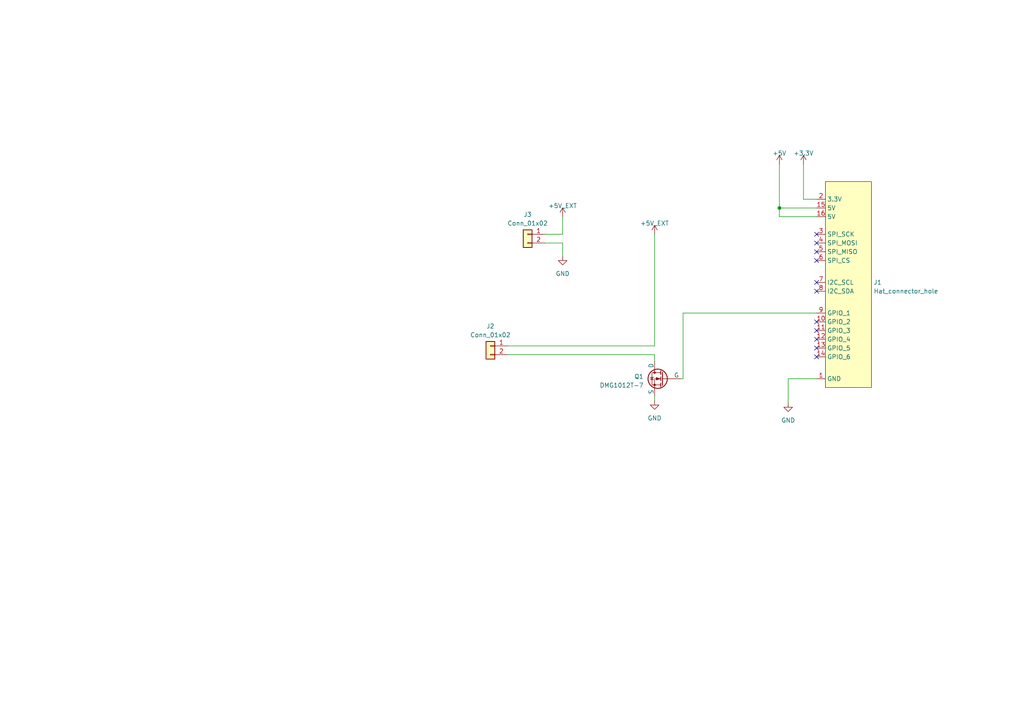
<source format=kicad_sch>
(kicad_sch (version 20230121) (generator eeschema)
  (paper "A4")
  (lib_symbols
    (symbol "0_connectors:Hat_connector_hole"
      (property "Reference" "J" (at 0 0 0))
      (property "Value" "Hat_connector_hole" (at 0 0 0))
      (symbol "Hat_connector_hole_0_0"
        (pin power_in line (at -8.89 -22.86 0) (length 2.54) (name "GND") (number "1"))
        (pin bidirectional line (at -8.89 -6.35 0) (length 2.54) (name "GPIO_2") (number "10"))
        (pin bidirectional line (at -8.89 -8.89 0) (length 2.54) (name "GPIO_3") (number "11"))
        (pin bidirectional line (at -8.89 -11.43 0) (length 2.54) (name "GPIO_4") (number "12"))
        (pin bidirectional line (at -8.89 -13.97 0) (length 2.54) (name "GPIO_5") (number "13"))
        (pin bidirectional line (at -8.89 -16.51 0) (length 2.54) (name "GPIO_6") (number "14"))
        (pin power_in line (at -8.89 26.67 0) (length 2.54) (name "5V") (number "15"))
        (pin power_in line (at -8.89 24.13 0) (length 2.54) (name "5V") (number "16"))
        (pin power_in line (at -8.89 29.21 0) (length 2.54) (name "3.3V") (number "2"))
        (pin output line (at -8.89 19.05 0) (length 2.54) (name "SPI_SCK") (number "3"))
        (pin output line (at -8.89 16.51 0) (length 2.54) (name "SPI_MOSI") (number "4"))
        (pin input line (at -8.89 13.97 0) (length 2.54) (name "SPI_MISO") (number "5"))
        (pin output line (at -8.89 11.43 0) (length 2.54) (name "SPI_CS") (number "6"))
        (pin output line (at -8.89 5.08 0) (length 2.54) (name "I2C_SCL") (number "7"))
        (pin bidirectional line (at -8.89 2.54 0) (length 2.54) (name "I2C_SDA") (number "8"))
        (pin bidirectional line (at -8.89 -3.81 0) (length 2.54) (name "GPIO_1") (number "9"))
      )
      (symbol "Hat_connector_hole_0_1"
        (rectangle (start -6.35 34.29) (end 6.985 -25.4) (fill (type background)))
      )
    )
    (symbol "0_power_symbols:+5V_EXT" (power) (pin_numbers hide) (in_bom no) (on_board no)
      (property "Value" "+5V_EXT" (at 0 3.81 0))
      (symbol "+5V_EXT_0_1"
        (polyline (pts (xy 0 0) (xy 0 2.54)))
        (polyline (pts (xy 0 2.54) (xy -0.762 1.27)))
        (polyline (pts (xy 0 2.54) (xy 0.762 1.27)))
      )
      (symbol "+5V_EXT_1_1"
        (pin power_in line (at 0 0 90) (length 0) hide (name "+5V_EXT") (number "1"))
      )
    )
    (symbol "Connector_Generic:Conn_01x02" (pin_names (offset 1.016) hide)
      (property "Reference" "J" (at 0 2.54 0))
      (property "Value" "Conn_01x02" (at 0 -5.08 0))
      (symbol "Conn_01x02_1_1"
        (rectangle (start -1.27 -2.413) (end 0 -2.667) (stroke (width 0.1524)))
        (rectangle (start -1.27 0.127) (end 0 -0.127) (stroke (width 0.1524)))
        (rectangle (start -1.27 1.27) (end 1.27 -3.81) (stroke (width 0.254)) (fill (type background)))
        (pin passive line (at -5.08 0 0) (length 3.81) (name "Pin_1") (number "1"))
        (pin passive line (at -5.08 -2.54 0) (length 3.81) (name "Pin_2") (number "2"))
      )
    )
    (symbol "PCM_4ms_Power-symbol:GND" (power) (pin_names (offset 0))
      (property "Value" "GND" (at 0 -3.81 0))
      (symbol "GND_0_1"
        (polyline (pts (xy 0 0) (xy 0 -1.27) (xy 1.27 -1.27) (xy 0 -2.54) (xy -1.27 -1.27) (xy 0 -1.27)))
      )
      (symbol "GND_1_1"
        (pin power_in line (at 0 0 270) (length 0) hide (name "GND") (number "1"))
      )
    )
    (symbol "Simulation_SPICE:NMOS" (pin_numbers hide) (pin_names (offset 0))
      (property "Reference" "Q" (at 5.08 1.27 0))
      (property "Value" "NMOS" (at 5.08 -1.27 0))
      (symbol "NMOS_0_1"
        (polyline (pts (xy 0.254 0) (xy -2.54 0)))
        (polyline (pts (xy 0.254 1.905) (xy 0.254 -1.905)) (stroke (width 0.254)))
        (polyline (pts (xy 0.762 -1.27) (xy 0.762 -2.286)) (stroke (width 0.254)))
        (polyline (pts (xy 0.762 0.508) (xy 0.762 -0.508)) (stroke (width 0.254)))
        (polyline (pts (xy 0.762 2.286) (xy 0.762 1.27)) (stroke (width 0.254)))
        (polyline (pts (xy 2.54 2.54) (xy 2.54 1.778)))
        (polyline (pts (xy 2.54 -2.54) (xy 2.54 0) (xy 0.762 0)))
        (polyline (pts (xy 0.762 -1.778) (xy 3.302 -1.778) (xy 3.302 1.778) (xy 0.762 1.778)))
        (polyline (pts (xy 1.016 0) (xy 2.032 0.381) (xy 2.032 -0.381) (xy 1.016 0)) (fill (type outline)))
        (polyline (pts (xy 2.794 0.508) (xy 2.921 0.381) (xy 3.683 0.381) (xy 3.81 0.254)))
        (polyline (pts (xy 3.302 0.381) (xy 2.921 -0.254) (xy 3.683 -0.254) (xy 3.302 0.381)))
        (circle (center 1.651 0) (radius 2.794) (stroke (width 0.254)))
        (circle (center 2.54 -1.778) (radius 0.254) (fill (type outline)))
        (circle (center 2.54 1.778) (radius 0.254) (fill (type outline)))
      )
      (symbol "NMOS_1_1"
        (pin passive line (at 2.54 5.08 270) (length 2.54) (name "D") (number "1"))
        (pin input line (at -5.08 0 0) (length 2.54) (name "G") (number "2"))
        (pin passive line (at 2.54 -5.08 90) (length 2.54) (name "S") (number "3"))
      )
    )
    (symbol "power:+3.3V" (power) (pin_names (offset 0))
      (property "Value" "+3.3V" (at 0 3.556 0))
      (symbol "+3.3V_0_1"
        (polyline (pts (xy -0.762 1.27) (xy 0 2.54)))
        (polyline (pts (xy 0 0) (xy 0 2.54)))
        (polyline (pts (xy 0 2.54) (xy 0.762 1.27)))
      )
      (symbol "+3.3V_1_1"
        (pin power_in line (at 0 0 90) (length 0) hide (name "+3.3V") (number "1"))
      )
    )
    (symbol "power:+5V" (power) (pin_names (offset 0))
      (property "Value" "+5V" (at 0 3.556 0))
      (symbol "+5V_0_1"
        (polyline (pts (xy -0.762 1.27) (xy 0 2.54)))
        (polyline (pts (xy 0 0) (xy 0 2.54)))
        (polyline (pts (xy 0 2.54) (xy 0.762 1.27)))
      )
      (symbol "+5V_1_1"
        (pin power_in line (at 0 0 90) (length 0) hide (name "+5V") (number "1"))
      )
    )
  )
  (junction (at 226.06 60.325))
  (no_connect (at 236.855 103.505))
  (no_connect (at 236.855 93.345))
  (no_connect (at 236.855 75.565))
  (no_connect (at 236.855 95.885))
  (no_connect (at 236.855 81.915))
  (no_connect (at 236.855 98.425))
  (no_connect (at 236.855 73.025))
  (no_connect (at 236.855 84.455))
  (no_connect (at 236.855 100.965))
  (no_connect (at 236.855 67.945))
  (no_connect (at 236.855 70.485))
  (wire (pts (xy 197.485 109.855) (xy 198.12 109.855)))
  (wire (pts (xy 189.865 102.87) (xy 189.865 104.775)))
  (wire (pts (xy 189.865 67.945) (xy 189.865 100.33)))
  (wire (pts (xy 226.06 60.325) (xy 226.06 62.865)))
  (wire (pts (xy 198.12 90.805) (xy 236.855 90.805)))
  (wire (pts (xy 163.195 67.945) (xy 158.115 67.945)))
  (wire (pts (xy 228.6 109.855) (xy 236.855 109.855)))
  (wire (pts (xy 158.115 70.485) (xy 163.195 70.485)))
  (wire (pts (xy 189.865 102.87) (xy 147.32 102.87)))
  (wire (pts (xy 163.195 62.865) (xy 163.195 67.945)))
  (wire (pts (xy 228.6 116.84) (xy 228.6 109.855)))
  (wire (pts (xy 233.045 47.625) (xy 233.045 57.785)))
  (wire (pts (xy 226.06 47.625) (xy 226.06 60.325)))
  (wire (pts (xy 163.195 70.485) (xy 163.195 74.295)))
  (wire (pts (xy 189.865 116.205) (xy 189.865 114.935)))
  (wire (pts (xy 233.045 57.785) (xy 236.855 57.785)))
  (wire (pts (xy 198.12 109.855) (xy 198.12 90.805)))
  (wire (pts (xy 189.865 100.33) (xy 147.32 100.33)))
  (wire (pts (xy 236.855 60.325) (xy 226.06 60.325)))
  (wire (pts (xy 236.855 62.865) (xy 226.06 62.865)))
  (symbol (lib_id "Simulation_SPICE:NMOS") (at 192.405 109.855 0) (mirror y) (unit 1)
    (property "Reference" "Q1" (at 186.69 109.22 0) (effects (justify left)))
    (property "Value" "DMG1012T-7" (at 186.69 111.76 0) (effects (justify left)))
    (property "Footprint" "Package_TO_SOT_SMD:SOT-523" (effects hide))
    (property "Datasheet" "https://ngspice.sourceforge.io/docs/ngspice-manual.pdf" (effects hide))
    (property "Sim.Device" "NMOS" (effects hide))
    (property "Sim.Type" "VDMOS" (effects hide))
    (property "Sim.Pins" "1=D 2=G 3=S" (effects hide))
  )
  (symbol (lib_id "0_power_symbols:+5V_EXT") (at 189.865 67.945 0) (unit 1) (in_bom no) (on_board no)
    (property "Reference" "#PWR07" (effects hide))
    (property "Value" "+5V_EXT" (at 189.865 64.77 0))
  )
  (symbol (lib_id "Connector_Generic:Conn_01x02") (at 142.24 100.33 0) (mirror y) (unit 1)
    (property "Reference" "J2" (at 142.24 94.615 0))
    (property "Value" "Conn_01x02" (at 142.24 97.155 0))
    (property "Footprint" "Connector_AMASS:AMASS_XT30U-M_1x02_P5.0mm_Vertical" (effects hide))
  )
  (symbol (lib_id "power:+5V") (at 226.06 47.625 0) (unit 1)
    (property "Reference" "#PWR02" (effects hide))
    (property "Value" "+5V" (at 226.06 44.45 0))
  )
  (symbol (lib_id "PCM_4ms_Power-symbol:GND") (at 189.865 116.205 0) (unit 1)
    (property "Reference" "#PWR04" (effects hide))
    (property "Value" "GND" (at 189.865 121.285 0))
  )
  (symbol (lib_id "PCM_4ms_Power-symbol:GND") (at 228.6 116.84 0) (unit 1)
    (property "Reference" "#PWR01" (effects hide))
    (property "Value" "GND" (at 228.6 121.92 0))
  )
  (symbol (lib_id "0_power_symbols:+5V_EXT") (at 163.195 62.865 0) (unit 1) (in_bom no) (on_board no)
    (property "Reference" "#PWR05" (effects hide))
    (property "Value" "+5V_EXT" (at 163.195 59.69 0))
  )
  (symbol (lib_id "power:+3.3V") (at 233.045 47.625 0) (unit 1)
    (property "Reference" "#PWR03" (effects hide))
    (property "Value" "+3.3V" (at 233.045 44.45 0))
  )
  (symbol (lib_id "Connector_Generic:Conn_01x02") (at 153.035 67.945 0) (mirror y) (unit 1)
    (property "Reference" "J3" (at 153.035 62.23 0))
    (property "Value" "Conn_01x02" (at 153.035 64.77 0))
    (property "Footprint" "Connector_AMASS:AMASS_XT30U-M_1x02_P5.0mm_Vertical" (effects hide))
  )
  (symbol (lib_id "PCM_4ms_Power-symbol:GND") (at 163.195 74.295 0) (unit 1)
    (property "Reference" "#PWR06" (effects hide))
    (property "Value" "GND" (at 163.195 79.375 0))
  )
  (symbol (lib_id "0_connectors:Hat_connector_hole") (at 245.745 86.995 0) (unit 1)
    (property "Reference" "J1" (at 253.365 81.915 0) (effects (justify left)))
    (property "Value" "Hat_connector_hole" (at 253.365 84.455 0) (effects (justify left)))
    (property "Footprint" "0_connectors:Hat_connector_hole" (effects hide))
  )
)
</source>
